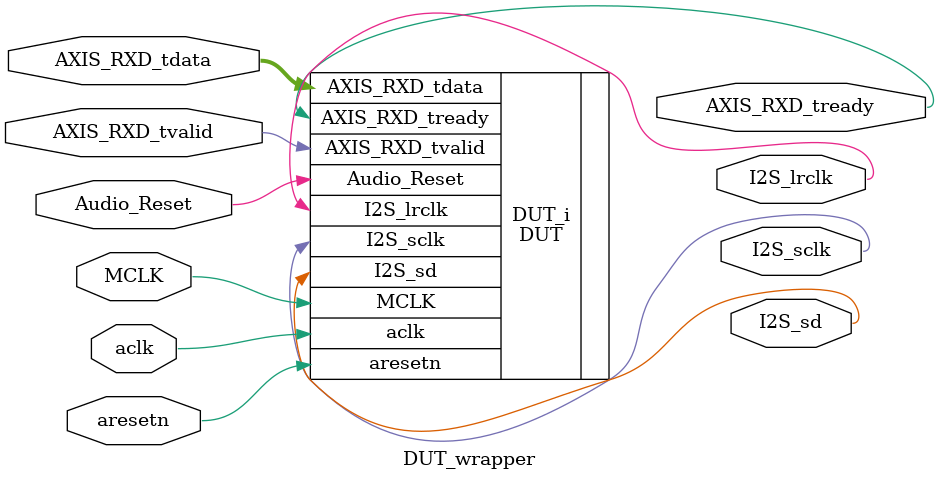
<source format=v>
`timescale 1 ps / 1 ps

module DUT_wrapper
   (AXIS_RXD_tdata,
    AXIS_RXD_tready,
    AXIS_RXD_tvalid,
    Audio_Reset,
    I2S_lrclk,
    I2S_sclk,
    I2S_sd,
    MCLK,
    aclk,
    aresetn);
  input [31:0]AXIS_RXD_tdata;
  output AXIS_RXD_tready;
  input AXIS_RXD_tvalid;
  input Audio_Reset;
  output I2S_lrclk;
  output I2S_sclk;
  output I2S_sd;
  input MCLK;
  input aclk;
  input aresetn;

  wire [31:0]AXIS_RXD_tdata;
  wire AXIS_RXD_tready;
  wire AXIS_RXD_tvalid;
  wire Audio_Reset;
  wire I2S_lrclk;
  wire I2S_sclk;
  wire I2S_sd;
  wire MCLK;
  wire aclk;
  wire aresetn;

  DUT DUT_i
       (.AXIS_RXD_tdata(AXIS_RXD_tdata),
        .AXIS_RXD_tready(AXIS_RXD_tready),
        .AXIS_RXD_tvalid(AXIS_RXD_tvalid),
        .Audio_Reset(Audio_Reset),
        .I2S_lrclk(I2S_lrclk),
        .I2S_sclk(I2S_sclk),
        .I2S_sd(I2S_sd),
        .MCLK(MCLK),
        .aclk(aclk),
        .aresetn(aresetn));
endmodule

</source>
